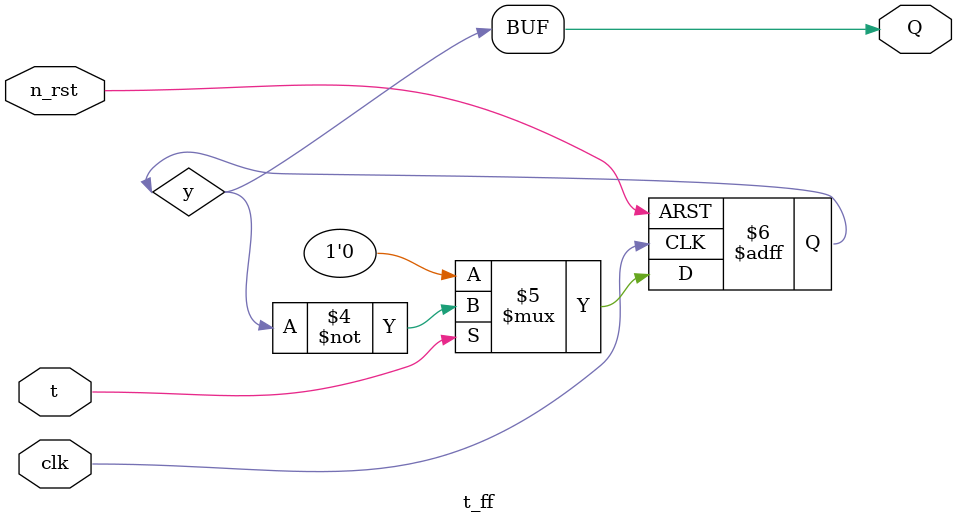
<source format=v>
module t_ff (
    input clk,
    input n_rst,
    input t,
    output Q
);
    reg y;

    always @(posedge clk or negedge n_rst) begin
        if(!n_rst) begin
            y = 1'b0;
        end
        else begin
            y = (t == 1'b0) ? 1'b0 : ~y;
        end
    end

    assign Q = y;
endmodule

</source>
